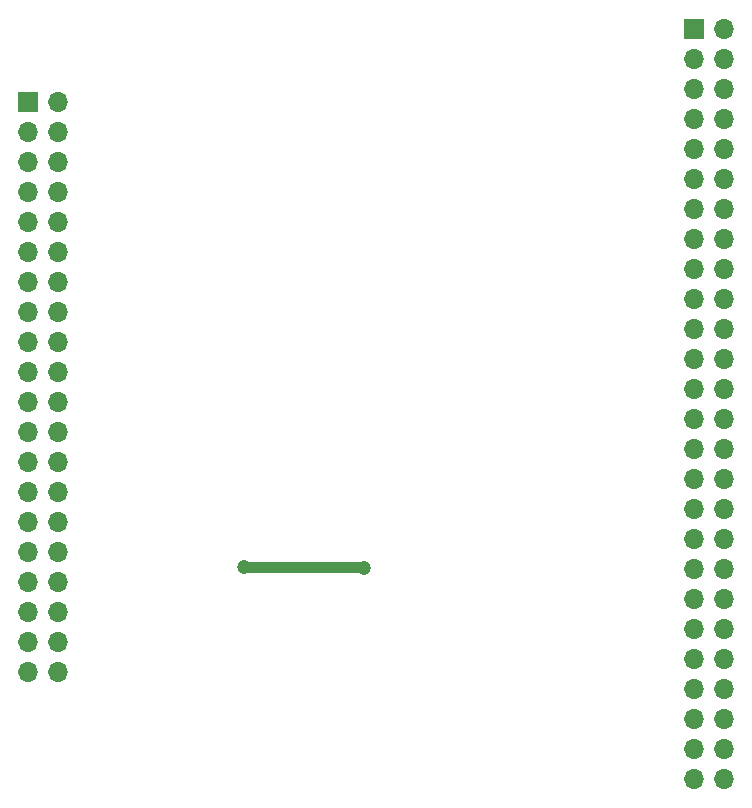
<source format=gbr>
%TF.GenerationSoftware,KiCad,Pcbnew,8.0.0*%
%TF.CreationDate,2024-03-07T15:34:18+01:00*%
%TF.ProjectId,lora,6c6f7261-2e6b-4696-9361-645f70636258,rev?*%
%TF.SameCoordinates,Original*%
%TF.FileFunction,Copper,L1,Top*%
%TF.FilePolarity,Positive*%
%FSLAX46Y46*%
G04 Gerber Fmt 4.6, Leading zero omitted, Abs format (unit mm)*
G04 Created by KiCad (PCBNEW 8.0.0) date 2024-03-07 15:34:18*
%MOMM*%
%LPD*%
G01*
G04 APERTURE LIST*
%TA.AperFunction,ComponentPad*%
%ADD10R,1.700000X1.700000*%
%TD*%
%TA.AperFunction,ComponentPad*%
%ADD11O,1.700000X1.700000*%
%TD*%
%TA.AperFunction,ViaPad*%
%ADD12C,1.200000*%
%TD*%
%TA.AperFunction,Conductor*%
%ADD13C,0.900000*%
%TD*%
G04 APERTURE END LIST*
D10*
%TO.P,U1,1,1*%
%TO.N,Net-(U1-Pad1)*%
X133160000Y-38700000D03*
D11*
%TO.P,U1,2,2*%
%TO.N,unconnected-(U1-Pad2)*%
X135700000Y-38700000D03*
%TO.P,U1,3,3*%
%TO.N,unconnected-(U1-Pad3)*%
X133160000Y-41240000D03*
%TO.P,U1,4,4*%
%TO.N,unconnected-(U1-Pad4)*%
X135700000Y-41240000D03*
%TO.P,U1,5,5*%
%TO.N,unconnected-(U1-Pad5)*%
X133160000Y-43780000D03*
%TO.P,U1,6,6*%
%TO.N,unconnected-(U1-Pad6)*%
X135700000Y-43780000D03*
%TO.P,U1,7,7*%
%TO.N,Net-(U1-Pad7)*%
X133160000Y-46320000D03*
%TO.P,U1,8,8*%
%TO.N,unconnected-(U1-Pad8)*%
X135700000Y-46320000D03*
%TO.P,U1,9,9*%
%TO.N,unconnected-(U1-Pad9)*%
X133160000Y-48860000D03*
%TO.P,U1,10,10*%
%TO.N,unconnected-(U1-Pad10)*%
X135700000Y-48860000D03*
%TO.P,U1,11,11*%
%TO.N,unconnected-(U1-Pad11)*%
X133160000Y-51400000D03*
%TO.P,U1,12,12*%
%TO.N,unconnected-(U1-Pad12)*%
X135700000Y-51400000D03*
%TO.P,U1,13,13*%
%TO.N,unconnected-(U1-Pad13)*%
X133160000Y-53940000D03*
%TO.P,U1,14,14*%
%TO.N,unconnected-(U1-Pad14)*%
X135700000Y-53940000D03*
%TO.P,U1,15,15*%
%TO.N,unconnected-(U1-Pad15)*%
X133160000Y-56480000D03*
%TO.P,U1,16,16*%
%TO.N,unconnected-(U1-Pad16)*%
X135700000Y-56480000D03*
%TO.P,U1,17,17*%
%TO.N,unconnected-(U1-Pad17)*%
X133160000Y-59020000D03*
%TO.P,U1,18,18*%
%TO.N,unconnected-(U1-Pad18)*%
X135700000Y-59020000D03*
%TO.P,U1,19,19*%
%TO.N,unconnected-(U1-Pad19)*%
X133160000Y-61560000D03*
%TO.P,U1,20,20*%
%TO.N,unconnected-(U1-Pad20)*%
X135700000Y-61560000D03*
%TO.P,U1,21,21*%
%TO.N,unconnected-(U1-Pad21)*%
X133160000Y-64100000D03*
%TO.P,U1,22,22*%
%TO.N,unconnected-(U1-Pad22)*%
X135700000Y-64100000D03*
%TO.P,U1,23,23*%
%TO.N,unconnected-(U1-Pad23)*%
X133160000Y-66640000D03*
%TO.P,U1,24,24*%
%TO.N,unconnected-(U1-Pad24)*%
X135700000Y-66640000D03*
%TO.P,U1,25,25*%
%TO.N,Net-(U1-Pad25)*%
X133160000Y-69180000D03*
%TO.P,U1,26,26*%
%TO.N,unconnected-(U1-Pad26)*%
X135700000Y-69180000D03*
%TO.P,U1,27,27*%
%TO.N,Net-(U1-Pad27)*%
X133160000Y-71720000D03*
%TO.P,U1,28,28*%
%TO.N,Net-(U1-Pad28)*%
X135700000Y-71720000D03*
%TO.P,U1,29,29*%
%TO.N,unconnected-(U1-Pad29)*%
X133160000Y-74260000D03*
%TO.P,U1,30,30*%
%TO.N,unconnected-(U1-Pad30)*%
X135700000Y-74260000D03*
%TO.P,U1,31,31*%
%TO.N,unconnected-(U1-Pad31)*%
X133160000Y-76800000D03*
%TO.P,U1,32,32*%
%TO.N,unconnected-(U1-Pad32)*%
X135700000Y-76800000D03*
%TO.P,U1,33,33*%
%TO.N,unconnected-(U1-Pad33)*%
X133160000Y-79340000D03*
%TO.P,U1,34,34*%
%TO.N,unconnected-(U1-Pad34)*%
X135700000Y-79340000D03*
%TO.P,U1,35,35*%
%TO.N,unconnected-(U1-Pad35)*%
X133160000Y-81880000D03*
%TO.P,U1,36,36*%
%TO.N,unconnected-(U1-Pad36)*%
X135700000Y-81880000D03*
%TO.P,U1,37,37*%
%TO.N,unconnected-(U1-Pad37)*%
X133160000Y-84420000D03*
%TO.P,U1,38,38*%
%TO.N,unconnected-(U1-Pad38)*%
X135700000Y-84420000D03*
%TO.P,U1,39,39*%
%TO.N,unconnected-(U1-Pad39)*%
X133160000Y-86960000D03*
%TO.P,U1,40,40*%
%TO.N,unconnected-(U1-Pad40)*%
X135700000Y-86960000D03*
%TO.P,U1,41,41*%
%TO.N,unconnected-(U1-Pad41)*%
X133160000Y-89500000D03*
%TO.P,U1,42,42*%
%TO.N,unconnected-(U1-Pad42)*%
X135700000Y-89500000D03*
%TO.P,U1,43,43*%
%TO.N,unconnected-(U1-Pad43)*%
X133160000Y-92040000D03*
%TO.P,U1,44,44*%
%TO.N,unconnected-(U1-Pad44)*%
X135700000Y-92040000D03*
%TO.P,U1,45,45*%
%TO.N,unconnected-(U1-Pad45)*%
X133160000Y-94580000D03*
%TO.P,U1,46,46*%
%TO.N,unconnected-(U1-Pad46)*%
X135700000Y-94580000D03*
%TO.P,U1,47,47*%
%TO.N,unconnected-(U1-Pad47)*%
X133160000Y-97120000D03*
%TO.P,U1,48,48*%
%TO.N,unconnected-(U1-Pad48)*%
X135700000Y-97120000D03*
%TO.P,U1,49,49*%
%TO.N,unconnected-(U1-Pad49)*%
X133160000Y-99660000D03*
%TO.P,U1,50,50*%
%TO.N,unconnected-(U1-Pad50)*%
X135700000Y-99660000D03*
%TO.P,U1,51,51*%
%TO.N,Net-(U1-Pad51)*%
X133160000Y-102200000D03*
%TO.P,U1,52,52*%
%TO.N,unconnected-(U1-Pad52)*%
X135700000Y-102200000D03*
%TD*%
%TO.P,U2,40,40*%
%TO.N,Net-(U1-Pad51)*%
X79290000Y-93140000D03*
%TO.P,U2,39,39*%
%TO.N,unconnected-(U2-Pad39)*%
X76750000Y-93140000D03*
%TO.P,U2,38,38*%
%TO.N,Net-(U1-Pad25)*%
X79290000Y-90600000D03*
%TO.P,U2,37,37*%
%TO.N,unconnected-(U2-Pad37)*%
X76750000Y-90600000D03*
%TO.P,U2,36,36*%
%TO.N,Net-(U1-Pad27)*%
X79290000Y-88060000D03*
%TO.P,U2,35,35*%
%TO.N,unconnected-(U2-Pad35)*%
X76750000Y-88060000D03*
%TO.P,U2,34,34*%
%TO.N,unconnected-(U2-Pad34)*%
X79290000Y-85520000D03*
%TO.P,U2,33,33*%
%TO.N,unconnected-(U2-Pad33)*%
X76750000Y-85520000D03*
%TO.P,U2,32,32*%
%TO.N,unconnected-(U2-Pad32)*%
X79290000Y-82980000D03*
%TO.P,U2,31,31*%
%TO.N,unconnected-(U2-Pad31)*%
X76750000Y-82980000D03*
%TO.P,U2,30,30*%
%TO.N,unconnected-(U2-Pad30)*%
X79290000Y-80440000D03*
%TO.P,U2,29,29*%
%TO.N,unconnected-(U2-Pad29)*%
X76750000Y-80440000D03*
%TO.P,U2,28,28*%
%TO.N,unconnected-(U2-Pad28)*%
X79290000Y-77900000D03*
%TO.P,U2,27,27*%
%TO.N,unconnected-(U2-Pad27)*%
X76750000Y-77900000D03*
%TO.P,U2,26,26*%
%TO.N,unconnected-(U2-Pad26)*%
X79290000Y-75360000D03*
%TO.P,U2,25,25*%
%TO.N,unconnected-(U2-Pad25)*%
X76750000Y-75360000D03*
%TO.P,U2,24,24*%
%TO.N,unconnected-(U2-Pad24)*%
X79290000Y-72820000D03*
%TO.P,U2,23,23*%
%TO.N,unconnected-(U2-Pad23)*%
X76750000Y-72820000D03*
%TO.P,U2,22,22*%
%TO.N,unconnected-(U2-Pad22)*%
X79290000Y-70280000D03*
%TO.P,U2,21,21*%
%TO.N,unconnected-(U2-Pad21)*%
X76750000Y-70280000D03*
%TO.P,U2,20,20*%
%TO.N,unconnected-(U2-Pad20)*%
X79290000Y-67740000D03*
%TO.P,U2,19,19*%
%TO.N,unconnected-(U2-Pad19)*%
X76750000Y-67740000D03*
%TO.P,U2,18,18*%
%TO.N,unconnected-(U2-Pad18)*%
X79290000Y-65200000D03*
%TO.P,U2,17,17*%
%TO.N,unconnected-(U2-Pad17)*%
X76750000Y-65200000D03*
%TO.P,U2,16,16*%
%TO.N,unconnected-(U2-Pad16)*%
X79290000Y-62660000D03*
%TO.P,U2,15,15*%
%TO.N,unconnected-(U2-Pad15)*%
X76750000Y-62660000D03*
%TO.P,U2,14,14*%
%TO.N,unconnected-(U2-Pad14)*%
X79290000Y-60120000D03*
%TO.P,U2,13,13*%
%TO.N,unconnected-(U2-Pad13)*%
X76750000Y-60120000D03*
%TO.P,U2,12,12*%
%TO.N,unconnected-(U2-Pad12)*%
X79290000Y-57580000D03*
%TO.P,U2,11,11*%
%TO.N,Net-(U1-Pad28)*%
X76750000Y-57580000D03*
%TO.P,U2,10,10*%
%TO.N,unconnected-(U2-Pad10)*%
X79290000Y-55040000D03*
%TO.P,U2,9,9*%
%TO.N,Net-(U1-Pad1)*%
X76750000Y-55040000D03*
%TO.P,U2,8,8*%
%TO.N,unconnected-(U2-Pad8)*%
X79290000Y-52500000D03*
%TO.P,U2,7,7*%
%TO.N,unconnected-(U2-Pad7)*%
X76750000Y-52500000D03*
%TO.P,U2,6,6*%
%TO.N,unconnected-(U2-Pad6)*%
X79290000Y-49960000D03*
%TO.P,U2,5,5*%
%TO.N,unconnected-(U2-Pad5)*%
X76750000Y-49960000D03*
%TO.P,U2,4,4*%
%TO.N,unconnected-(U2-Pad4)*%
X79290000Y-47420000D03*
%TO.P,U2,3,3*%
%TO.N,unconnected-(U2-Pad3)*%
X76750000Y-47420000D03*
%TO.P,U2,2,2*%
%TO.N,Net-(U1-Pad7)*%
X79290000Y-44880000D03*
D10*
%TO.P,U2,1,1*%
%TO.N,unconnected-(U2-Pad1)*%
X76750000Y-44880000D03*
%TD*%
D12*
%TO.N,Net-(U1-Pad27)*%
X95072200Y-84302600D03*
X105206800Y-84328000D03*
%TD*%
D13*
%TO.N,Net-(U1-Pad27)*%
X105181400Y-84302600D02*
X105206800Y-84328000D01*
X95072200Y-84302600D02*
X105181400Y-84302600D01*
%TD*%
M02*

</source>
